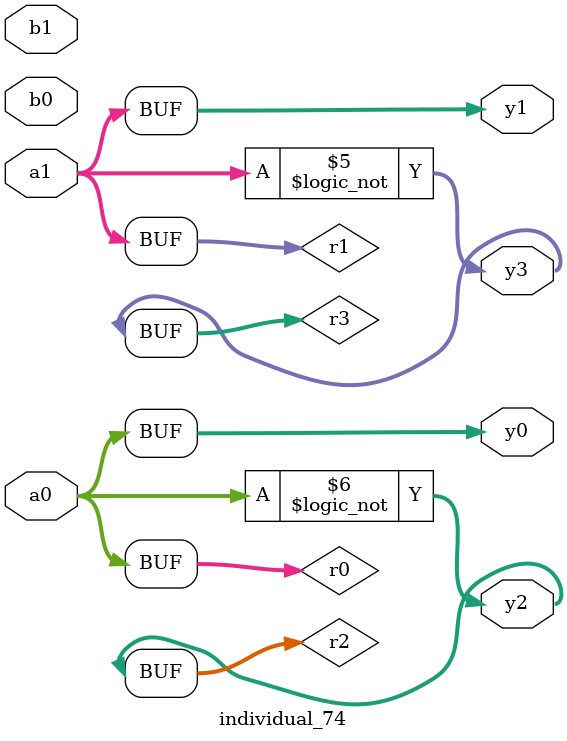
<source format=sv>
module individual_74(input logic [15:0] a1, input logic [15:0] a0, input logic [15:0] b1, input logic [15:0] b0, output logic [15:0] y3, output logic [15:0] y2, output logic [15:0] y1, output logic [15:0] y0);
logic [15:0] r0, r1, r2, r3; 
 always@(*) begin 
	 r0 = a0; r1 = a1; r2 = b0; r3 = b1; 
 	 r2  ^=  a0 ;
 	 r2  ^=  a1 ;
 	 r3 = ! r1 ;
 	 r3 = ! a1 ;
 	 r2 = ! a0 ;
 	 y3 = r3; y2 = r2; y1 = r1; y0 = r0; 
end
endmodule
</source>
